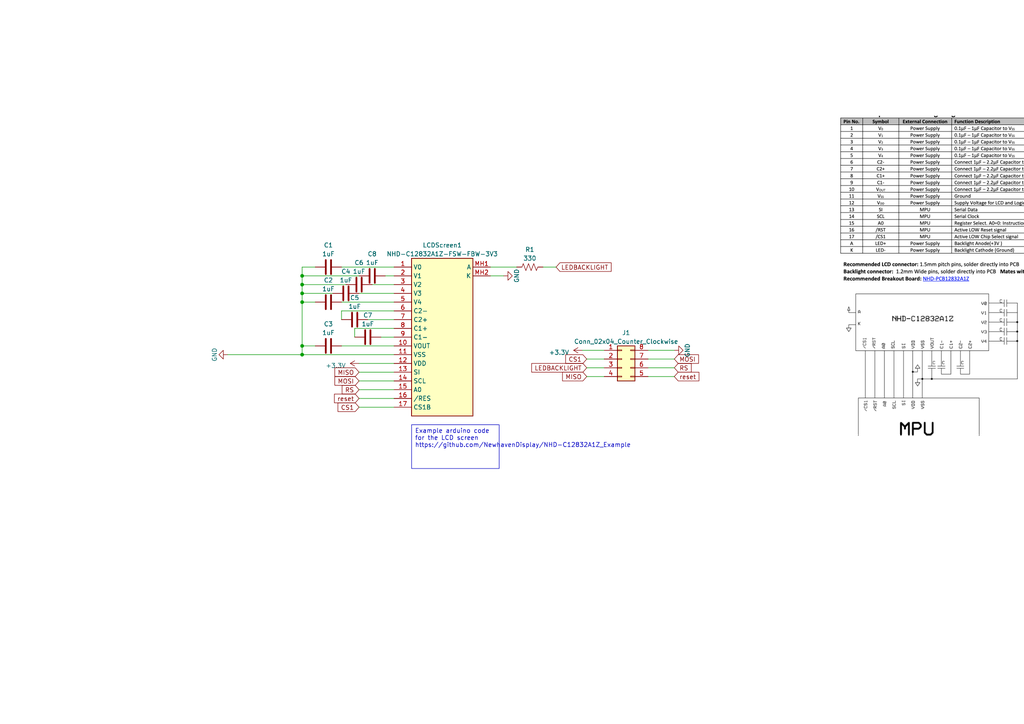
<source format=kicad_sch>
(kicad_sch (version 20230121) (generator eeschema)
  (paper "A4")
  (lib_symbols
    (symbol "Audio Module Eurorack:Conn_02x04_Counter_Clockwise" (pin_names (offset 1.016) hide)
      (property "Reference" "J" (at 1.27 5.08 0))
      (property "Value" "Conn_02x04_Counter_Clockwise" (at 1.27 -7.62 0))
      (symbol "Conn_02x04_Counter_Clockwise_1_1"
        (rectangle (start -1.27 -4.953) (end 0 -5.207) (stroke (width 0.1524)))
        (rectangle (start -1.27 -2.413) (end 0 -2.667) (stroke (width 0.1524)))
        (rectangle (start -1.27 0.127) (end 0 -0.127) (stroke (width 0.1524)))
        (rectangle (start -1.27 2.667) (end 0 2.413) (stroke (width 0.1524)))
        (rectangle (start -1.27 3.81) (end 3.81 -6.35) (stroke (width 0.254)) (fill (type background)))
        (rectangle (start 3.81 -4.953) (end 2.54 -5.207) (stroke (width 0.1524)))
        (rectangle (start 3.81 -2.413) (end 2.54 -2.667) (stroke (width 0.1524)))
        (rectangle (start 3.81 0.127) (end 2.54 -0.127) (stroke (width 0.1524)))
        (rectangle (start 3.81 2.667) (end 2.54 2.413) (stroke (width 0.1524)))
        (pin passive line (at -5.08 2.54 0) (length 3.81) (name "Pin_1") (number "1"))
        (pin passive line (at -5.08 0 0) (length 3.81) (name "Pin_2") (number "2"))
        (pin passive line (at -5.08 -2.54 0) (length 3.81) (name "Pin_3") (number "3"))
        (pin passive line (at -5.08 -5.08 0) (length 3.81) (name "Pin_4") (number "4"))
        (pin passive line (at 7.62 -5.08 180) (length 3.81) (name "Pin_5") (number "5"))
        (pin passive line (at 7.62 -2.54 180) (length 3.81) (name "Pin_6") (number "6"))
        (pin passive line (at 7.62 0 180) (length 3.81) (name "Pin_7") (number "7"))
        (pin passive line (at 7.62 2.54 180) (length 3.81) (name "Pin_8") (number "8"))
      )
    )
    (symbol "Device:C" (pin_numbers hide) (pin_names (offset 0.254))
      (property "Reference" "C" (at 0.635 2.54 0))
      (property "Value" "C" (at 0.635 -2.54 0))
      (symbol "C_0_1"
        (polyline (pts (xy -2.032 -0.762) (xy 2.032 -0.762)) (stroke (width 0.508)))
        (polyline (pts (xy -2.032 0.762) (xy 2.032 0.762)) (stroke (width 0.508)))
      )
      (symbol "C_1_1"
        (pin passive line (at 0 3.81 270) (length 2.794) (name "~") (number "1"))
        (pin passive line (at 0 -3.81 90) (length 2.794) (name "~") (number "2"))
      )
    )
    (symbol "Device:R_US" (pin_numbers hide) (pin_names (offset 0))
      (property "Reference" "R" (at 2.54 0 90))
      (property "Value" "R_US" (at -2.54 0 90))
      (symbol "R_US_0_1"
        (polyline (pts (xy 0 -2.286) (xy 0 -2.54)))
        (polyline (pts (xy 0 2.286) (xy 0 2.54)))
        (polyline (pts (xy 0 -0.762) (xy 1.016 -1.143) (xy 0 -1.524) (xy -1.016 -1.905) (xy 0 -2.286)))
        (polyline (pts (xy 0 0.762) (xy 1.016 0.381) (xy 0 0) (xy -1.016 -0.381) (xy 0 -0.762)))
        (polyline (pts (xy 0 2.286) (xy 1.016 1.905) (xy 0 1.524) (xy -1.016 1.143) (xy 0 0.762)))
      )
      (symbol "R_US_1_1"
        (pin passive line (at 0 3.81 270) (length 1.27) (name "~") (number "1"))
        (pin passive line (at 0 -3.81 90) (length 1.27) (name "~") (number "2"))
      )
    )
    (symbol "NHD-C12832A1Z-FSW-FBW-3V3:NHD-C12832A1Z-FSW-FBW-3V3"
      (property "Reference" "LCDScreen1" (at 13.97 6.35 0))
      (property "Value" "NHD-C12832A1Z-FSW-FBW-3V3" (at 13.97 3.81 0))
      (symbol "NHD-C12832A1Z-FSW-FBW-3V3_1_1"
        (rectangle (start 5.08 2.54) (end 22.86 -43.18) (stroke (width 0.254)) (fill (type background)))
        (pin passive line (at 0 0 0) (length 5.08) (name "V0") (number "1"))
        (pin passive line (at 0 -22.86 0) (length 5.08) (name "VOUT") (number "10"))
        (pin passive line (at 0 -25.4 0) (length 5.08) (name "VSS") (number "11"))
        (pin passive line (at 0 -27.94 0) (length 5.08) (name "VDD") (number "12"))
        (pin passive line (at 0 -30.48 0) (length 5.08) (name "SI") (number "13"))
        (pin passive line (at 0 -33.02 0) (length 5.08) (name "SCL") (number "14"))
        (pin passive line (at 0 -35.56 0) (length 5.08) (name "A0") (number "15"))
        (pin passive line (at 0 -38.1 0) (length 5.08) (name "/RES") (number "16"))
        (pin passive line (at 0 -40.64 0) (length 5.08) (name "CS1B") (number "17"))
        (pin passive line (at 0 -2.54 0) (length 5.08) (name "V1") (number "2"))
        (pin passive line (at 0 -5.08 0) (length 5.08) (name "V2") (number "3"))
        (pin passive line (at 0 -7.62 0) (length 5.08) (name "V3") (number "4"))
        (pin passive line (at 0 -10.16 0) (length 5.08) (name "V4") (number "5"))
        (pin passive line (at 0 -12.7 0) (length 5.08) (name "C2-") (number "6"))
        (pin passive line (at 0 -15.24 0) (length 5.08) (name "C2+") (number "7"))
        (pin passive line (at 0 -17.78 0) (length 5.08) (name "C1+") (number "8"))
        (pin passive line (at 0 -20.32 0) (length 5.08) (name "C1-") (number "9"))
        (pin passive line (at 27.94 0 180) (length 5.08) (name "A") (number "MH1"))
        (pin passive line (at 27.94 -2.54 180) (length 5.08) (name "K") (number "MH2"))
      )
    )
    (symbol "power:+3.3V" (power) (pin_names (offset 0))
      (property "Value" "+3.3V" (at 0 3.556 0))
      (symbol "+3.3V_0_1"
        (polyline (pts (xy -0.762 1.27) (xy 0 2.54)))
        (polyline (pts (xy 0 0) (xy 0 2.54)))
        (polyline (pts (xy 0 2.54) (xy 0.762 1.27)))
      )
      (symbol "+3.3V_1_1"
        (pin power_in line (at 0 0 90) (length 0) hide (name "+3.3V") (number "1"))
      )
    )
    (symbol "power:GND" (power) (pin_names (offset 0))
      (property "Value" "GND" (at 0 -3.81 0))
      (symbol "GND_0_1"
        (polyline (pts (xy 0 0) (xy 0 -1.27) (xy 1.27 -1.27) (xy 0 -2.54) (xy -1.27 -1.27) (xy 0 -1.27)))
      )
      (symbol "GND_1_1"
        (pin power_in line (at 0 0 270) (length 0) hide (name "GND") (number "1"))
      )
    )
  )
  (junction (at 87.63 87.63))
  (junction (at 87.63 85.09))
  (junction (at 87.63 80.01))
  (junction (at 87.63 100.33))
  (junction (at 87.63 82.55))
  (junction (at 87.63 102.87))
  (wire (pts (xy 104.14 113.03) (xy 114.3 113.03)))
  (wire (pts (xy 170.18 106.68) (xy 175.26 106.68)))
  (wire (pts (xy 99.06 77.47) (xy 114.3 77.47)))
  (wire (pts (xy 107.95 82.55) (xy 114.3 82.55)))
  (wire (pts (xy 104.14 118.11) (xy 114.3 118.11)))
  (wire (pts (xy 87.63 82.55) (xy 87.63 80.01)))
  (wire (pts (xy 110.49 97.79) (xy 114.3 97.79)))
  (wire (pts (xy 87.63 85.09) (xy 87.63 82.55)))
  (wire (pts (xy 99.06 92.71) (xy 99.06 90.17)))
  (wire (pts (xy 168.91 101.6) (xy 175.26 101.6)))
  (wire (pts (xy 104.14 107.95) (xy 114.3 107.95)))
  (wire (pts (xy 87.63 102.87) (xy 114.3 102.87)))
  (wire (pts (xy 99.06 90.17) (xy 114.3 90.17)))
  (wire (pts (xy 87.63 80.01) (xy 87.63 77.47)))
  (wire (pts (xy 87.63 87.63) (xy 87.63 85.09)))
  (wire (pts (xy 87.63 100.33) (xy 87.63 87.63)))
  (wire (pts (xy 187.96 106.68) (xy 195.58 106.68)))
  (wire (pts (xy 104.14 115.57) (xy 114.3 115.57)))
  (wire (pts (xy 104.14 110.49) (xy 114.3 110.49)))
  (wire (pts (xy 87.63 80.01) (xy 104.14 80.01)))
  (wire (pts (xy 170.18 109.22) (xy 175.26 109.22)))
  (wire (pts (xy 87.63 100.33) (xy 87.63 102.87)))
  (wire (pts (xy 102.87 97.79) (xy 102.87 95.25)))
  (wire (pts (xy 104.14 105.41) (xy 114.3 105.41)))
  (wire (pts (xy 91.44 100.33) (xy 87.63 100.33)))
  (wire (pts (xy 170.18 104.14) (xy 175.26 104.14)))
  (wire (pts (xy 157.48 77.47) (xy 161.29 77.47)))
  (wire (pts (xy 106.68 92.71) (xy 114.3 92.71)))
  (wire (pts (xy 66.04 102.87) (xy 87.63 102.87)))
  (wire (pts (xy 142.24 80.01) (xy 146.05 80.01)))
  (wire (pts (xy 87.63 77.47) (xy 91.44 77.47)))
  (wire (pts (xy 111.76 80.01) (xy 114.3 80.01)))
  (wire (pts (xy 142.24 77.47) (xy 149.86 77.47)))
  (wire (pts (xy 99.06 100.33) (xy 114.3 100.33)))
  (wire (pts (xy 104.14 85.09) (xy 114.3 85.09)))
  (wire (pts (xy 187.96 101.6) (xy 195.58 101.6)))
  (wire (pts (xy 102.87 95.25) (xy 114.3 95.25)))
  (wire (pts (xy 187.96 104.14) (xy 195.58 104.14)))
  (wire (pts (xy 87.63 87.63) (xy 91.44 87.63)))
  (wire (pts (xy 99.06 87.63) (xy 114.3 87.63)))
  (wire (pts (xy 87.63 85.09) (xy 96.52 85.09)))
  (wire (pts (xy 187.96 109.22) (xy 195.58 109.22)))
  (wire (pts (xy 87.63 82.55) (xy 100.33 82.55)))
  (image (at 275.59 80.01) (scale 0.72312))
  (text_box "Example arduino code for the LCD screen\nhttps://github.com/NewhavenDisplay/NHD-C12832A1Z_Example" (at 119.38 123.19 0) (size 25.4 12.7) (effects (font (size 1.27 1.27)) (justify left top)))
  (global_label "MOSI" (shape input) (at 195.58 104.14 0) (property "Intersheetrefs" "${INTERSHEET_REFS}" (effects hide)))
  (global_label "reset" (shape input) (at 195.58 109.22 0) (property "Intersheetrefs" "${INTERSHEET_REFS}" (effects hide)))
  (global_label "LEDBACKLIGHT" (shape input) (at 161.29 77.47 0) (property "Intersheetrefs" "${INTERSHEET_REFS}" (effects hide)))
  (global_label "LEDBACKLIGHT" (shape input) (at 170.18 106.68 180) (property "Intersheetrefs" "${INTERSHEET_REFS}" (effects hide)))
  (global_label "MISO" (shape input) (at 104.14 107.95 180) (property "Intersheetrefs" "${INTERSHEET_REFS}" (effects hide)))
  (global_label "RS" (shape input) (at 104.14 113.03 180) (property "Intersheetrefs" "${INTERSHEET_REFS}" (effects hide)))
  (global_label "CS1" (shape input) (at 170.18 104.14 180) (property "Intersheetrefs" "${INTERSHEET_REFS}" (effects hide)))
  (global_label "MOSI" (shape input) (at 104.14 110.49 180) (property "Intersheetrefs" "${INTERSHEET_REFS}" (effects hide)))
  (global_label "MISO" (shape input) (at 170.18 109.22 180) (property "Intersheetrefs" "${INTERSHEET_REFS}" (effects hide)))
  (global_label "RS" (shape input) (at 195.58 106.68 0) (property "Intersheetrefs" "${INTERSHEET_REFS}" (effects hide)))
  (global_label "reset" (shape input) (at 104.14 115.57 180) (property "Intersheetrefs" "${INTERSHEET_REFS}" (effects hide)))
  (global_label "CS1" (shape input) (at 104.14 118.11 180) (property "Intersheetrefs" "${INTERSHEET_REFS}" (effects hide)))
  (symbol (lib_id "power:+3.3V") (at 104.14 105.41 90) (unit 1)
    (property "Reference" "#PWR02" (effects hide))
    (property "Value" "+3.3V" (at 100.33 106.045 90) (effects (justify left)))
  )
  (symbol (lib_id "Device:C") (at 100.33 85.09 90) (unit 1)
    (property "Reference" "C4" (at 100.33 78.74 90))
    (property "Value" "1uF" (at 100.33 81.28 90))
    (property "Footprint" "Capacitor_SMD:C_1206_3216Metric_Pad1.33x1.80mm_HandSolder" (effects hide))
  )
  (symbol (lib_id "Device:R_US") (at 153.67 77.47 90) (unit 1)
    (property "Reference" "R1" (at 153.67 72.39 90))
    (property "Value" "330" (at 153.67 74.93 90))
    (property "Footprint" "PCM_4ms_Resistor:R_1206_3216Metric" (effects hide))
  )
  (symbol (lib_id "Device:C") (at 107.95 80.01 90) (unit 1)
    (property "Reference" "C8" (at 107.95 73.66 90))
    (property "Value" "1uF" (at 107.95 76.2 90))
    (property "Footprint" "Capacitor_SMD:C_1206_3216Metric_Pad1.33x1.80mm_HandSolder" (effects hide))
  )
  (symbol (lib_id "Audio Module Eurorack:Conn_02x04_Counter_Clockwise") (at 180.34 104.14 0) (unit 1)
    (property "Reference" "J1" (at 181.61 96.52 0))
    (property "Value" "Conn_02x04_Counter_Clockwise" (at 181.61 99.06 0))
    (property "Footprint" "Connector_PinSocket_2.00mm:PinSocket_2x04_P2.00mm_Vertical_SMD" (effects hide))
  )
  (symbol (lib_id "power:GND") (at 195.58 101.6 90) (unit 1)
    (property "Reference" "#PWR04" (effects hide))
    (property "Value" "GND" (at 199.39 101.6 0))
  )
  (symbol (lib_id "Device:C") (at 106.68 97.79 90) (unit 1)
    (property "Reference" "C7" (at 106.68 91.44 90))
    (property "Value" "1uF" (at 106.68 93.98 90))
    (property "Footprint" "Capacitor_SMD:C_1206_3216Metric_Pad1.33x1.80mm_HandSolder" (effects hide))
  )
  (symbol (lib_id "Device:C") (at 102.87 92.71 90) (unit 1)
    (property "Reference" "C5" (at 102.87 86.36 90))
    (property "Value" "1uF" (at 102.87 88.9 90))
    (property "Footprint" "Capacitor_SMD:C_1206_3216Metric_Pad1.33x1.80mm_HandSolder" (effects hide))
  )
  (symbol (lib_id "Device:C") (at 95.25 87.63 90) (unit 1)
    (property "Reference" "C2" (at 95.25 81.28 90))
    (property "Value" "1uF" (at 95.25 83.82 90))
    (property "Footprint" "Capacitor_SMD:C_1206_3216Metric_Pad1.33x1.80mm_HandSolder" (effects hide))
  )
  (symbol (lib_id "power:+3.3V") (at 168.91 101.6 90) (unit 1)
    (property "Reference" "#PWR05" (effects hide))
    (property "Value" "+3.3V" (at 165.1 102.235 90) (effects (justify left)))
  )
  (symbol (lib_id "Device:C") (at 104.14 82.55 90) (unit 1)
    (property "Reference" "C6" (at 104.14 76.2 90))
    (property "Value" "1uF" (at 104.14 78.74 90))
    (property "Footprint" "Capacitor_SMD:C_1206_3216Metric_Pad1.33x1.80mm_HandSolder" (effects hide))
  )
  (symbol (lib_id "Device:C") (at 95.25 100.33 90) (unit 1)
    (property "Reference" "C3" (at 95.25 93.98 90))
    (property "Value" "1uF" (at 95.25 96.52 90))
    (property "Footprint" "Capacitor_SMD:C_1206_3216Metric_Pad1.33x1.80mm_HandSolder" (effects hide))
  )
  (symbol (lib_id "power:GND") (at 146.05 80.01 90) (unit 1)
    (property "Reference" "#PWR03" (effects hide))
    (property "Value" "GND" (at 149.86 80.01 0))
  )
  (symbol (lib_id "Device:C") (at 95.25 77.47 90) (unit 1)
    (property "Reference" "C1" (at 95.25 71.12 90))
    (property "Value" "1uF" (at 95.25 73.66 90))
    (property "Footprint" "Capacitor_SMD:C_1206_3216Metric_Pad1.33x1.80mm_HandSolder" (effects hide))
  )
  (symbol (lib_id "power:GND") (at 66.04 102.87 270) (unit 1)
    (property "Reference" "#PWR01" (effects hide))
    (property "Value" "GND" (at 62.23 102.87 0))
  )
  (symbol (lib_id "NHD-C12832A1Z-FSW-FBW-3V3:NHD-C12832A1Z-FSW-FBW-3V3") (at 114.3 77.47 0) (unit 1)
    (property "Reference" "LCDScreen1" (at 128.27 71.12 0))
    (property "Value" "NHD-C12832A1Z-FSW-FBW-3V3" (at 128.27 73.66 0))
    (property "Footprint" "NHD C12832A1Z FSW LCD SPI Eurorack:NHDC12832A1ZFSWFBW3V3" (effects hide))
    (property "Datasheet" "https://www.newhavendisplay.com/specs/NHD-C12832A1Z-FSW-FBW-3V3.pdf" (effects hide))
    (property "Height" "4.3" (effects hide))
    (property "Mouser Part Number" "763-C12832A1ZFSWFBW3" (effects hide))
    (property "Mouser Price/Stock" "https://www.mouser.co.uk/ProductDetail/Newhaven-Display/NHD-C12832A1Z-FSW-FBW-3V3?qs=Vb5qD4CGh4nSmlh9l2%252Byrw%3D%3D" (effects hide))
    (property "Manufacturer_Name" "Newhaven Display" (effects hide))
    (property "Manufacturer_Part_Number" "NHD-C12832A1Z-FSW-FBW-3V3" (effects hide))
  )
)
</source>
